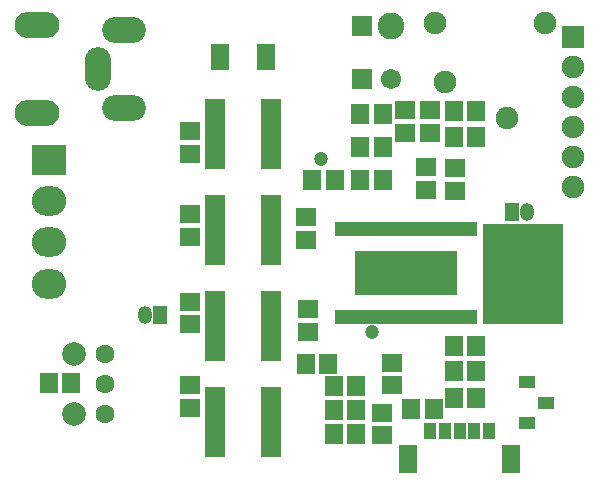
<source format=gbr>
G04 DipTrace 3.3.1.3*
G04 BottomMask.gbr*
%MOIN*%
G04 #@! TF.FileFunction,Soldermask,Bot*
G04 #@! TF.Part,Single*
%ADD51C,0.08905*%
%ADD88C,0.047402*%
%ADD94C,0.078898*%
%ADD96C,0.06315*%
%ADD104R,0.342677X0.145827*%
%ADD106R,0.019252X0.047402*%
%ADD110R,0.057244X0.043465*%
%ADD120R,0.071024X0.232441*%
%ADD122O,0.047402X0.059213*%
%ADD124R,0.047402X0.059213*%
%ADD126R,0.059213X0.092677*%
%ADD128R,0.039528X0.055276*%
%ADD130O,0.114331X0.098583*%
%ADD132R,0.114331X0.098583*%
%ADD134C,0.067402*%
%ADD136R,0.067402X0.067402*%
%ADD138R,0.074961X0.074961*%
%ADD140C,0.074961*%
%ADD142O,0.149764X0.086772*%
%ADD144O,0.086772X0.145827*%
%ADD146O,0.145827X0.086772*%
%ADD150R,0.06315X0.090709*%
%ADD154R,0.059213X0.067087*%
%ADD156R,0.067087X0.059213*%
%FSLAX26Y26*%
G04*
G70*
G90*
G75*
G01*
G04 BotMask*
%LPD*%
D88*
X1463724Y1457008D3*
X1633016Y878268D3*
D156*
X1743252Y1543622D3*
Y1618425D3*
D154*
X1593337Y1386375D3*
X1668140D3*
X1580388Y699046D3*
X1505585D3*
X1593133Y1495640D3*
X1667936D3*
X1593133Y1604215D3*
X1667936D3*
X1580388Y618720D3*
X1505585D3*
X1580184Y538395D3*
X1505381D3*
X1979472Y748346D3*
X1904669D3*
D156*
X1908606Y1425512D3*
Y1350709D3*
D154*
X1979983Y660366D3*
X1905180D3*
X1762937Y622362D3*
X1837740D3*
D156*
X1812596Y1352808D3*
Y1427612D3*
D154*
X1979472Y1527874D3*
X1904669D3*
X1904975Y831243D3*
X1979778D3*
D156*
X1413487Y1261362D3*
Y1186559D3*
X1699945Y701102D3*
Y775906D3*
X1664512Y535748D3*
Y610551D3*
D154*
X1433862Y1386375D3*
X1508665D3*
D156*
X1419738Y880277D3*
Y955080D3*
D154*
X1411864Y773811D3*
X1486667D3*
D156*
X1026717Y905827D3*
Y980630D3*
Y701102D3*
Y626299D3*
Y1547559D3*
Y1472756D3*
Y1271969D3*
Y1197165D3*
D154*
X629079Y708976D3*
X554276D3*
D150*
X1278685Y1795591D3*
X1125147D3*
D146*
X806244Y1626299D3*
D144*
X719630Y1756220D3*
D146*
X806244Y1886142D3*
D142*
X514906Y1901890D3*
Y1610551D3*
D140*
X2207819Y1909764D3*
X2081835Y1590866D3*
X1877110Y1712913D3*
X1841677Y1909764D3*
D138*
X2302307Y1862520D3*
D140*
Y1762520D3*
Y1662520D3*
Y1562520D3*
Y1462520D3*
Y1362520D3*
D136*
X1597585Y1721969D3*
D134*
X1696005D3*
D132*
X554276Y1453071D3*
D130*
Y1315276D3*
Y1177480D3*
Y1039685D3*
D128*
X1825929Y547559D3*
X1875142D3*
D126*
X2095614Y457205D3*
X1751126D3*
D128*
X1924354Y547559D3*
X2022780D3*
X1973567D3*
D124*
X925732Y935945D3*
D122*
X875732D3*
D124*
X2098764Y1279843D3*
D122*
X2148764D3*
D136*
X1597585Y1899921D3*
D51*
X1696005D3*
D120*
X1294433Y899168D3*
X1109394D3*
X1294433Y579055D3*
X1109394D3*
X1294433Y1539395D3*
X1109394D3*
X1294433Y1219282D3*
X1109394D3*
D156*
X1825929Y1543622D3*
Y1618425D3*
D154*
X1979472Y1614488D3*
X1904669D3*
D110*
X2148764Y575118D3*
Y712913D3*
X2211756Y644014D3*
D106*
X1518125Y1223858D3*
X1537810D3*
X1557495D3*
X1577180D3*
X1596865D3*
X1616550D3*
X1636235D3*
X1655920D3*
X1675605D3*
X1695290D3*
X1714975D3*
X1734660D3*
X1754345D3*
X1774030D3*
X1793715D3*
X1813400D3*
X1833085D3*
X1852770D3*
X1872455D3*
X1892140D3*
X1911825D3*
X1931510D3*
X1951196D3*
X1970881D3*
Y928583D3*
X1951196D3*
X1931510D3*
X1911825D3*
X1892140D3*
X1872455D3*
X1852770D3*
X1833085D3*
X1813400D3*
X1793715D3*
X1774030D3*
X1754345D3*
X1734660D3*
X1714975D3*
X1695290D3*
X1675605D3*
X1655920D3*
X1636235D3*
X1616550D3*
X1596865D3*
X1577180D3*
X1557495D3*
X1537810D3*
X1518125D3*
D104*
X1744503Y1076220D3*
D96*
X741283Y606614D3*
Y706614D3*
Y806614D3*
D94*
X638134Y606614D3*
Y806614D3*
G36*
X2003094Y1240472D2*
X2270811D1*
Y905827D1*
X2003094D1*
Y1240472D1*
G37*
M02*

</source>
